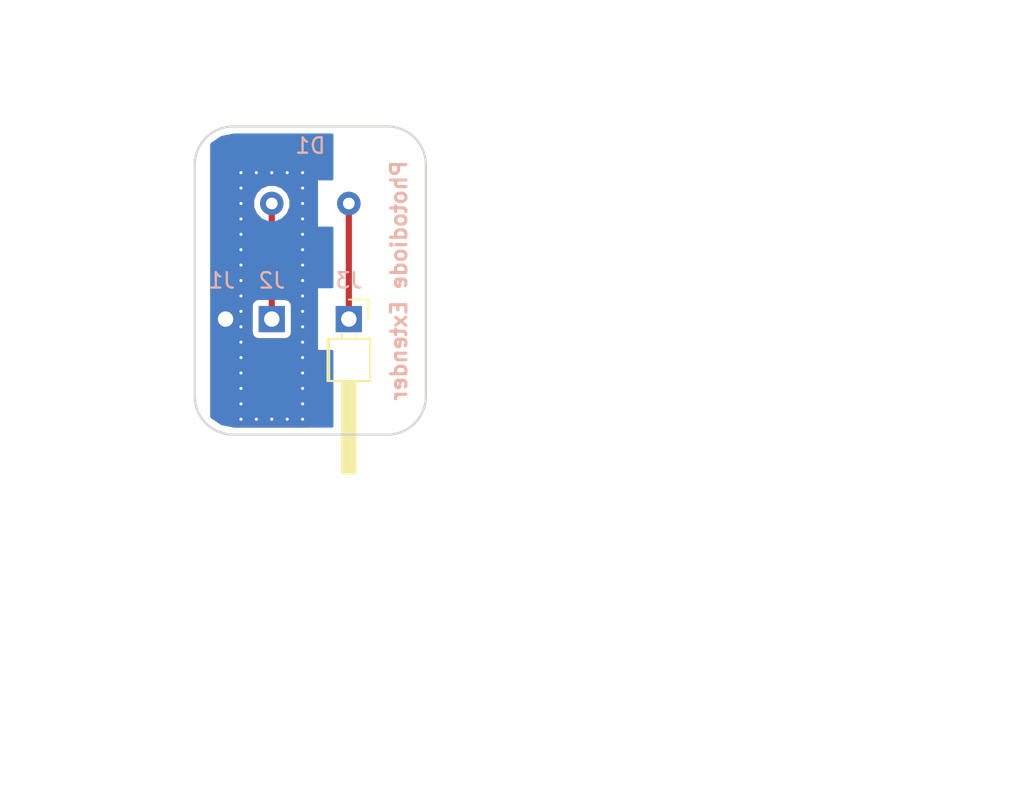
<source format=kicad_pcb>
(kicad_pcb (version 4) (host pcbnew 4.0.6-e0-6349~52~ubuntu17.04.1)

  (general
    (links 42)
    (no_connects 0)
    (area 107.150001 71.8 173.214288 123.175)
    (thickness 1.6)
    (drawings 16)
    (tracks 2)
    (zones 0)
    (modules 44)
    (nets 4)
  )

  (page A4)
  (layers
    (0 F.Cu signal)
    (31 B.Cu signal)
    (32 B.Adhes user)
    (33 F.Adhes user)
    (34 B.Paste user)
    (35 F.Paste user)
    (36 B.SilkS user)
    (37 F.SilkS user)
    (38 B.Mask user)
    (39 F.Mask user)
    (40 Dwgs.User user)
    (41 Cmts.User user)
    (42 Eco1.User user)
    (43 Eco2.User user)
    (44 Edge.Cuts user)
    (45 Margin user)
    (46 B.CrtYd user)
    (47 F.CrtYd user)
    (48 B.Fab user)
    (49 F.Fab user)
  )

  (setup
    (last_trace_width 0.25)
    (user_trace_width 0.4)
    (trace_clearance 0.2)
    (zone_clearance 0.381)
    (zone_45_only no)
    (trace_min 0.2)
    (segment_width 0.2)
    (edge_width 0.15)
    (via_size 0.6)
    (via_drill 0.4)
    (via_min_size 0.4)
    (via_min_drill 0.3)
    (uvia_size 0.3)
    (uvia_drill 0.1)
    (uvias_allowed no)
    (uvia_min_size 0.2)
    (uvia_min_drill 0.1)
    (pcb_text_width 0.3)
    (pcb_text_size 1.5 1.5)
    (mod_edge_width 0.15)
    (mod_text_size 1 1)
    (mod_text_width 0.15)
    (pad_size 1.7 1.7)
    (pad_drill 1)
    (pad_to_mask_clearance 0.2)
    (aux_axis_origin 0 0)
    (visible_elements FFFFFF7F)
    (pcbplotparams
      (layerselection 0x00030_80000001)
      (usegerberextensions false)
      (excludeedgelayer true)
      (linewidth 0.100000)
      (plotframeref false)
      (viasonmask false)
      (mode 1)
      (useauxorigin false)
      (hpglpennumber 1)
      (hpglpenspeed 20)
      (hpglpendiameter 15)
      (hpglpenoverlay 2)
      (psnegative false)
      (psa4output false)
      (plotreference true)
      (plotvalue true)
      (plotinvisibletext false)
      (padsonsilk false)
      (subtractmaskfromsilk false)
      (outputformat 1)
      (mirror false)
      (drillshape 1)
      (scaleselection 1)
      (outputdirectory ""))
  )

  (net 0 "")
  (net 1 "Net-(D1-Pad1)")
  (net 2 "Net-(D1-Pad2)")
  (net 3 GNDA)

  (net_class Default "This is the default net class."
    (clearance 0.2)
    (trace_width 0.25)
    (via_dia 0.6)
    (via_drill 0.4)
    (uvia_dia 0.3)
    (uvia_drill 0.1)
    (add_net GNDA)
    (add_net "Net-(D1-Pad1)")
    (add_net "Net-(D1-Pad2)")
  )

  (module Vias:Stitchging-Via-0.2-0.4 (layer F.Cu) (tedit 595A3C58) (tstamp 595FB97F)
    (at 123 85)
    (fp_text reference REF** (at 0 1.27) (layer F.SilkS) hide
      (effects (font (size 1 1) (thickness 0.15)))
    )
    (fp_text value Stitching-Via-0.2-0.4 (at 0 -1.27) (layer F.Fab) hide
      (effects (font (size 1 1) (thickness 0.15)))
    )
    (pad ~ thru_hole circle (at 0 0) (size 0.4 0.4) (drill 0.2) (layers *.Cu)
      (net 3 GNDA) (zone_connect 2))
  )

  (module Vias:Stitchging-Via-0.2-0.4 (layer F.Cu) (tedit 595A3C58) (tstamp 595FB97A)
    (at 123 84)
    (fp_text reference REF** (at 0 1.27) (layer F.SilkS) hide
      (effects (font (size 1 1) (thickness 0.15)))
    )
    (fp_text value Stitching-Via-0.2-0.4 (at 0 -1.27) (layer F.Fab) hide
      (effects (font (size 1 1) (thickness 0.15)))
    )
    (pad ~ thru_hole circle (at 0 0) (size 0.4 0.4) (drill 0.2) (layers *.Cu)
      (net 3 GNDA) (zone_connect 2))
  )

  (module Vias:Stitchging-Via-0.2-0.4 (layer F.Cu) (tedit 595A3C58) (tstamp 595FB975)
    (at 123 83)
    (fp_text reference REF** (at 0 1.27) (layer F.SilkS) hide
      (effects (font (size 1 1) (thickness 0.15)))
    )
    (fp_text value Stitching-Via-0.2-0.4 (at 0 -1.27) (layer F.Fab) hide
      (effects (font (size 1 1) (thickness 0.15)))
    )
    (pad ~ thru_hole circle (at 0 0) (size 0.4 0.4) (drill 0.2) (layers *.Cu)
      (net 3 GNDA) (zone_connect 2))
  )

  (module Vias:Stitchging-Via-0.2-0.4 (layer F.Cu) (tedit 595A3C58) (tstamp 595FB970)
    (at 124 83)
    (fp_text reference REF** (at 0 1.27) (layer F.SilkS) hide
      (effects (font (size 1 1) (thickness 0.15)))
    )
    (fp_text value Stitching-Via-0.2-0.4 (at 0 -1.27) (layer F.Fab) hide
      (effects (font (size 1 1) (thickness 0.15)))
    )
    (pad ~ thru_hole circle (at 0 0) (size 0.4 0.4) (drill 0.2) (layers *.Cu)
      (net 3 GNDA) (zone_connect 2))
  )

  (module Vias:Stitchging-Via-0.2-0.4 (layer F.Cu) (tedit 595A3C58) (tstamp 595FB96B)
    (at 125 83)
    (fp_text reference REF** (at 0 1.27) (layer F.SilkS) hide
      (effects (font (size 1 1) (thickness 0.15)))
    )
    (fp_text value Stitching-Via-0.2-0.4 (at 0 -1.27) (layer F.Fab) hide
      (effects (font (size 1 1) (thickness 0.15)))
    )
    (pad ~ thru_hole circle (at 0 0) (size 0.4 0.4) (drill 0.2) (layers *.Cu)
      (net 3 GNDA) (zone_connect 2))
  )

  (module Vias:Stitchging-Via-0.2-0.4 (layer F.Cu) (tedit 595A3C58) (tstamp 595FB966)
    (at 126 83)
    (fp_text reference REF** (at 0 1.27) (layer F.SilkS) hide
      (effects (font (size 1 1) (thickness 0.15)))
    )
    (fp_text value Stitching-Via-0.2-0.4 (at 0 -1.27) (layer F.Fab) hide
      (effects (font (size 1 1) (thickness 0.15)))
    )
    (pad ~ thru_hole circle (at 0 0) (size 0.4 0.4) (drill 0.2) (layers *.Cu)
      (net 3 GNDA) (zone_connect 2))
  )

  (module Vias:Stitchging-Via-0.2-0.4 (layer F.Cu) (tedit 595A3C58) (tstamp 595FB961)
    (at 127 83)
    (fp_text reference REF** (at 0 1.27) (layer F.SilkS) hide
      (effects (font (size 1 1) (thickness 0.15)))
    )
    (fp_text value Stitching-Via-0.2-0.4 (at 0 -1.27) (layer F.Fab) hide
      (effects (font (size 1 1) (thickness 0.15)))
    )
    (pad ~ thru_hole circle (at 0 0) (size 0.4 0.4) (drill 0.2) (layers *.Cu)
      (net 3 GNDA) (zone_connect 2))
  )

  (module Vias:Stitchging-Via-0.2-0.4 (layer F.Cu) (tedit 595A3C58) (tstamp 595FB95C)
    (at 127 84)
    (fp_text reference REF** (at 0 1.27) (layer F.SilkS) hide
      (effects (font (size 1 1) (thickness 0.15)))
    )
    (fp_text value Stitching-Via-0.2-0.4 (at 0 -1.27) (layer F.Fab) hide
      (effects (font (size 1 1) (thickness 0.15)))
    )
    (pad ~ thru_hole circle (at 0 0) (size 0.4 0.4) (drill 0.2) (layers *.Cu)
      (net 3 GNDA) (zone_connect 2))
  )

  (module Vias:Stitchging-Via-0.2-0.4 (layer F.Cu) (tedit 595A3C58) (tstamp 595FB957)
    (at 127 85)
    (fp_text reference REF** (at 0 1.27) (layer F.SilkS) hide
      (effects (font (size 1 1) (thickness 0.15)))
    )
    (fp_text value Stitching-Via-0.2-0.4 (at 0 -1.27) (layer F.Fab) hide
      (effects (font (size 1 1) (thickness 0.15)))
    )
    (pad ~ thru_hole circle (at 0 0) (size 0.4 0.4) (drill 0.2) (layers *.Cu)
      (net 3 GNDA) (zone_connect 2))
  )

  (module Vias:Stitchging-Via-0.2-0.4 (layer F.Cu) (tedit 595A3C58) (tstamp 595FB952)
    (at 127 86)
    (fp_text reference REF** (at 0 1.27) (layer F.SilkS) hide
      (effects (font (size 1 1) (thickness 0.15)))
    )
    (fp_text value Stitching-Via-0.2-0.4 (at 0 -1.27) (layer F.Fab) hide
      (effects (font (size 1 1) (thickness 0.15)))
    )
    (pad ~ thru_hole circle (at 0 0) (size 0.4 0.4) (drill 0.2) (layers *.Cu)
      (net 3 GNDA) (zone_connect 2))
  )

  (module Vias:Stitchging-Via-0.2-0.4 (layer F.Cu) (tedit 595A3C58) (tstamp 595FB94D)
    (at 127 87)
    (fp_text reference REF** (at 0 1.27) (layer F.SilkS) hide
      (effects (font (size 1 1) (thickness 0.15)))
    )
    (fp_text value Stitching-Via-0.2-0.4 (at 0 -1.27) (layer F.Fab) hide
      (effects (font (size 1 1) (thickness 0.15)))
    )
    (pad ~ thru_hole circle (at 0 0) (size 0.4 0.4) (drill 0.2) (layers *.Cu)
      (net 3 GNDA) (zone_connect 2))
  )

  (module Vias:Stitchging-Via-0.2-0.4 (layer F.Cu) (tedit 595A3C58) (tstamp 595FB948)
    (at 127 88)
    (fp_text reference REF** (at 0 1.27) (layer F.SilkS) hide
      (effects (font (size 1 1) (thickness 0.15)))
    )
    (fp_text value Stitching-Via-0.2-0.4 (at 0 -1.27) (layer F.Fab) hide
      (effects (font (size 1 1) (thickness 0.15)))
    )
    (pad ~ thru_hole circle (at 0 0) (size 0.4 0.4) (drill 0.2) (layers *.Cu)
      (net 3 GNDA) (zone_connect 2))
  )

  (module Vias:Stitchging-Via-0.2-0.4 (layer F.Cu) (tedit 595A3C58) (tstamp 595FB943)
    (at 127 89)
    (fp_text reference REF** (at 0 1.27) (layer F.SilkS) hide
      (effects (font (size 1 1) (thickness 0.15)))
    )
    (fp_text value Stitching-Via-0.2-0.4 (at 0 -1.27) (layer F.Fab) hide
      (effects (font (size 1 1) (thickness 0.15)))
    )
    (pad ~ thru_hole circle (at 0 0) (size 0.4 0.4) (drill 0.2) (layers *.Cu)
      (net 3 GNDA) (zone_connect 2))
  )

  (module Vias:Stitchging-Via-0.2-0.4 (layer F.Cu) (tedit 595A3C58) (tstamp 595FB93E)
    (at 127 90)
    (fp_text reference REF** (at 0 1.27) (layer F.SilkS) hide
      (effects (font (size 1 1) (thickness 0.15)))
    )
    (fp_text value Stitching-Via-0.2-0.4 (at 0 -1.27) (layer F.Fab) hide
      (effects (font (size 1 1) (thickness 0.15)))
    )
    (pad ~ thru_hole circle (at 0 0) (size 0.4 0.4) (drill 0.2) (layers *.Cu)
      (net 3 GNDA) (zone_connect 2))
  )

  (module Vias:Stitchging-Via-0.2-0.4 (layer F.Cu) (tedit 595A3C58) (tstamp 595FB939)
    (at 127 91)
    (fp_text reference REF** (at 0 1.27) (layer F.SilkS) hide
      (effects (font (size 1 1) (thickness 0.15)))
    )
    (fp_text value Stitching-Via-0.2-0.4 (at 0 -1.27) (layer F.Fab) hide
      (effects (font (size 1 1) (thickness 0.15)))
    )
    (pad ~ thru_hole circle (at 0 0) (size 0.4 0.4) (drill 0.2) (layers *.Cu)
      (net 3 GNDA) (zone_connect 2))
  )

  (module Vias:Stitchging-Via-0.2-0.4 (layer F.Cu) (tedit 595A3C58) (tstamp 595FB934)
    (at 127 92)
    (fp_text reference REF** (at 0 1.27) (layer F.SilkS) hide
      (effects (font (size 1 1) (thickness 0.15)))
    )
    (fp_text value Stitching-Via-0.2-0.4 (at 0 -1.27) (layer F.Fab) hide
      (effects (font (size 1 1) (thickness 0.15)))
    )
    (pad ~ thru_hole circle (at 0 0) (size 0.4 0.4) (drill 0.2) (layers *.Cu)
      (net 3 GNDA) (zone_connect 2))
  )

  (module Vias:Stitchging-Via-0.2-0.4 (layer F.Cu) (tedit 595A3C58) (tstamp 595FB92F)
    (at 127 93)
    (fp_text reference REF** (at 0 1.27) (layer F.SilkS) hide
      (effects (font (size 1 1) (thickness 0.15)))
    )
    (fp_text value Stitching-Via-0.2-0.4 (at 0 -1.27) (layer F.Fab) hide
      (effects (font (size 1 1) (thickness 0.15)))
    )
    (pad ~ thru_hole circle (at 0 0) (size 0.4 0.4) (drill 0.2) (layers *.Cu)
      (net 3 GNDA) (zone_connect 2))
  )

  (module Vias:Stitchging-Via-0.2-0.4 (layer F.Cu) (tedit 595A3C58) (tstamp 595FB92A)
    (at 127 94)
    (fp_text reference REF** (at 0 1.27) (layer F.SilkS) hide
      (effects (font (size 1 1) (thickness 0.15)))
    )
    (fp_text value Stitching-Via-0.2-0.4 (at 0 -1.27) (layer F.Fab) hide
      (effects (font (size 1 1) (thickness 0.15)))
    )
    (pad ~ thru_hole circle (at 0 0) (size 0.4 0.4) (drill 0.2) (layers *.Cu)
      (net 3 GNDA) (zone_connect 2))
  )

  (module Vias:Stitchging-Via-0.2-0.4 (layer F.Cu) (tedit 595A3C58) (tstamp 595FB925)
    (at 127 95)
    (fp_text reference REF** (at 0 1.27) (layer F.SilkS) hide
      (effects (font (size 1 1) (thickness 0.15)))
    )
    (fp_text value Stitching-Via-0.2-0.4 (at 0 -1.27) (layer F.Fab) hide
      (effects (font (size 1 1) (thickness 0.15)))
    )
    (pad ~ thru_hole circle (at 0 0) (size 0.4 0.4) (drill 0.2) (layers *.Cu)
      (net 3 GNDA) (zone_connect 2))
  )

  (module Vias:Stitchging-Via-0.2-0.4 (layer F.Cu) (tedit 595A3C58) (tstamp 595FB920)
    (at 127 96)
    (fp_text reference REF** (at 0 1.27) (layer F.SilkS) hide
      (effects (font (size 1 1) (thickness 0.15)))
    )
    (fp_text value Stitching-Via-0.2-0.4 (at 0 -1.27) (layer F.Fab) hide
      (effects (font (size 1 1) (thickness 0.15)))
    )
    (pad ~ thru_hole circle (at 0 0) (size 0.4 0.4) (drill 0.2) (layers *.Cu)
      (net 3 GNDA) (zone_connect 2))
  )

  (module Vias:Stitchging-Via-0.2-0.4 (layer F.Cu) (tedit 595A3C58) (tstamp 595FB91B)
    (at 127 97)
    (fp_text reference REF** (at 0 1.27) (layer F.SilkS) hide
      (effects (font (size 1 1) (thickness 0.15)))
    )
    (fp_text value Stitching-Via-0.2-0.4 (at 0 -1.27) (layer F.Fab) hide
      (effects (font (size 1 1) (thickness 0.15)))
    )
    (pad ~ thru_hole circle (at 0 0) (size 0.4 0.4) (drill 0.2) (layers *.Cu)
      (net 3 GNDA) (zone_connect 2))
  )

  (module Vias:Stitchging-Via-0.2-0.4 (layer F.Cu) (tedit 595A3C58) (tstamp 595FB916)
    (at 127 98)
    (fp_text reference REF** (at 0 1.27) (layer F.SilkS) hide
      (effects (font (size 1 1) (thickness 0.15)))
    )
    (fp_text value Stitching-Via-0.2-0.4 (at 0 -1.27) (layer F.Fab) hide
      (effects (font (size 1 1) (thickness 0.15)))
    )
    (pad ~ thru_hole circle (at 0 0) (size 0.4 0.4) (drill 0.2) (layers *.Cu)
      (net 3 GNDA) (zone_connect 2))
  )

  (module Vias:Stitchging-Via-0.2-0.4 (layer F.Cu) (tedit 595A3C58) (tstamp 595FB90F)
    (at 123 86)
    (fp_text reference REF** (at 0 1.27) (layer F.SilkS) hide
      (effects (font (size 1 1) (thickness 0.15)))
    )
    (fp_text value Stitching-Via-0.2-0.4 (at 0 -1.27) (layer F.Fab) hide
      (effects (font (size 1 1) (thickness 0.15)))
    )
    (pad ~ thru_hole circle (at 0 0) (size 0.4 0.4) (drill 0.2) (layers *.Cu)
      (net 3 GNDA) (zone_connect 2))
  )

  (module Vias:Stitchging-Via-0.2-0.4 (layer F.Cu) (tedit 595A3C58) (tstamp 595FB90A)
    (at 123 87)
    (fp_text reference REF** (at 0 1.27) (layer F.SilkS) hide
      (effects (font (size 1 1) (thickness 0.15)))
    )
    (fp_text value Stitching-Via-0.2-0.4 (at 0 -1.27) (layer F.Fab) hide
      (effects (font (size 1 1) (thickness 0.15)))
    )
    (pad ~ thru_hole circle (at 0 0) (size 0.4 0.4) (drill 0.2) (layers *.Cu)
      (net 3 GNDA) (zone_connect 2))
  )

  (module Vias:Stitchging-Via-0.2-0.4 (layer F.Cu) (tedit 595A3C58) (tstamp 595FB900)
    (at 123 88)
    (fp_text reference REF** (at 0 1.27) (layer F.SilkS) hide
      (effects (font (size 1 1) (thickness 0.15)))
    )
    (fp_text value Stitching-Via-0.2-0.4 (at 0 -1.27) (layer F.Fab) hide
      (effects (font (size 1 1) (thickness 0.15)))
    )
    (pad ~ thru_hole circle (at 0 0) (size 0.4 0.4) (drill 0.2) (layers *.Cu)
      (net 3 GNDA) (zone_connect 2))
  )

  (module Vias:Stitchging-Via-0.2-0.4 (layer F.Cu) (tedit 595A3C58) (tstamp 595FB8FA)
    (at 123 89)
    (fp_text reference REF** (at 0 1.27) (layer F.SilkS) hide
      (effects (font (size 1 1) (thickness 0.15)))
    )
    (fp_text value Stitching-Via-0.2-0.4 (at 0 -1.27) (layer F.Fab) hide
      (effects (font (size 1 1) (thickness 0.15)))
    )
    (pad ~ thru_hole circle (at 0 0) (size 0.4 0.4) (drill 0.2) (layers *.Cu)
      (net 3 GNDA) (zone_connect 2))
  )

  (module Vias:Stitchging-Via-0.2-0.4 (layer F.Cu) (tedit 595A3C58) (tstamp 595FB8F3)
    (at 123 90)
    (fp_text reference REF** (at 0 1.27) (layer F.SilkS) hide
      (effects (font (size 1 1) (thickness 0.15)))
    )
    (fp_text value Stitching-Via-0.2-0.4 (at 0 -1.27) (layer F.Fab) hide
      (effects (font (size 1 1) (thickness 0.15)))
    )
    (pad ~ thru_hole circle (at 0 0) (size 0.4 0.4) (drill 0.2) (layers *.Cu)
      (net 3 GNDA) (zone_connect 2))
  )

  (module Vias:Stitchging-Via-0.2-0.4 (layer F.Cu) (tedit 595A3C58) (tstamp 595FB8ED)
    (at 123 91)
    (fp_text reference REF** (at 0 1.27) (layer F.SilkS) hide
      (effects (font (size 1 1) (thickness 0.15)))
    )
    (fp_text value Stitching-Via-0.2-0.4 (at 0 -1.27) (layer F.Fab) hide
      (effects (font (size 1 1) (thickness 0.15)))
    )
    (pad ~ thru_hole circle (at 0 0) (size 0.4 0.4) (drill 0.2) (layers *.Cu)
      (net 3 GNDA) (zone_connect 2))
  )

  (module Vias:Stitchging-Via-0.2-0.4 (layer F.Cu) (tedit 595A3C58) (tstamp 595FB8E8)
    (at 123 92)
    (fp_text reference REF** (at 0 1.27) (layer F.SilkS) hide
      (effects (font (size 1 1) (thickness 0.15)))
    )
    (fp_text value Stitching-Via-0.2-0.4 (at 0 -1.27) (layer F.Fab) hide
      (effects (font (size 1 1) (thickness 0.15)))
    )
    (pad ~ thru_hole circle (at 0 0) (size 0.4 0.4) (drill 0.2) (layers *.Cu)
      (net 3 GNDA) (zone_connect 2))
  )

  (module Vias:Stitchging-Via-0.2-0.4 (layer F.Cu) (tedit 595A3C58) (tstamp 595FB8E3)
    (at 123 93)
    (fp_text reference REF** (at 0 1.27) (layer F.SilkS) hide
      (effects (font (size 1 1) (thickness 0.15)))
    )
    (fp_text value Stitching-Via-0.2-0.4 (at 0 -1.27) (layer F.Fab) hide
      (effects (font (size 1 1) (thickness 0.15)))
    )
    (pad ~ thru_hole circle (at 0 0) (size 0.4 0.4) (drill 0.2) (layers *.Cu)
      (net 3 GNDA) (zone_connect 2))
  )

  (module Vias:Stitchging-Via-0.2-0.4 (layer F.Cu) (tedit 595A3C58) (tstamp 595FB8DE)
    (at 123 94)
    (fp_text reference REF** (at 0 1.27) (layer F.SilkS) hide
      (effects (font (size 1 1) (thickness 0.15)))
    )
    (fp_text value Stitching-Via-0.2-0.4 (at 0 -1.27) (layer F.Fab) hide
      (effects (font (size 1 1) (thickness 0.15)))
    )
    (pad ~ thru_hole circle (at 0 0) (size 0.4 0.4) (drill 0.2) (layers *.Cu)
      (net 3 GNDA) (zone_connect 2))
  )

  (module Vias:Stitchging-Via-0.2-0.4 (layer F.Cu) (tedit 595A3C58) (tstamp 595FB8D9)
    (at 123 95)
    (fp_text reference REF** (at 0 1.27) (layer F.SilkS) hide
      (effects (font (size 1 1) (thickness 0.15)))
    )
    (fp_text value Stitching-Via-0.2-0.4 (at 0 -1.27) (layer F.Fab) hide
      (effects (font (size 1 1) (thickness 0.15)))
    )
    (pad ~ thru_hole circle (at 0 0) (size 0.4 0.4) (drill 0.2) (layers *.Cu)
      (net 3 GNDA) (zone_connect 2))
  )

  (module Vias:Stitchging-Via-0.2-0.4 (layer F.Cu) (tedit 595A3C58) (tstamp 595FB8D4)
    (at 123 96)
    (fp_text reference REF** (at 0 1.27) (layer F.SilkS) hide
      (effects (font (size 1 1) (thickness 0.15)))
    )
    (fp_text value Stitching-Via-0.2-0.4 (at 0 -1.27) (layer F.Fab) hide
      (effects (font (size 1 1) (thickness 0.15)))
    )
    (pad ~ thru_hole circle (at 0 0) (size 0.4 0.4) (drill 0.2) (layers *.Cu)
      (net 3 GNDA) (zone_connect 2))
  )

  (module Vias:Stitchging-Via-0.2-0.4 (layer F.Cu) (tedit 595A3C58) (tstamp 595FB8CF)
    (at 123 97)
    (fp_text reference REF** (at 0 1.27) (layer F.SilkS) hide
      (effects (font (size 1 1) (thickness 0.15)))
    )
    (fp_text value Stitching-Via-0.2-0.4 (at 0 -1.27) (layer F.Fab) hide
      (effects (font (size 1 1) (thickness 0.15)))
    )
    (pad ~ thru_hole circle (at 0 0) (size 0.4 0.4) (drill 0.2) (layers *.Cu)
      (net 3 GNDA) (zone_connect 2))
  )

  (module Vias:Stitchging-Via-0.2-0.4 (layer F.Cu) (tedit 595A3C58) (tstamp 595FB8C9)
    (at 123 98)
    (fp_text reference REF** (at 0 1.27) (layer F.SilkS) hide
      (effects (font (size 1 1) (thickness 0.15)))
    )
    (fp_text value Stitching-Via-0.2-0.4 (at 0 -1.27) (layer F.Fab) hide
      (effects (font (size 1 1) (thickness 0.15)))
    )
    (pad ~ thru_hole circle (at 0 0) (size 0.4 0.4) (drill 0.2) (layers *.Cu)
      (net 3 GNDA) (zone_connect 2))
  )

  (module Vias:Stitchging-Via-0.2-0.4 (layer F.Cu) (tedit 595A3C58) (tstamp 595FB8C4)
    (at 123 99)
    (fp_text reference REF** (at 0 1.27) (layer F.SilkS) hide
      (effects (font (size 1 1) (thickness 0.15)))
    )
    (fp_text value Stitching-Via-0.2-0.4 (at 0 -1.27) (layer F.Fab) hide
      (effects (font (size 1 1) (thickness 0.15)))
    )
    (pad ~ thru_hole circle (at 0 0) (size 0.4 0.4) (drill 0.2) (layers *.Cu)
      (net 3 GNDA) (zone_connect 2))
  )

  (module Vias:Stitchging-Via-0.2-0.4 (layer F.Cu) (tedit 595A3C58) (tstamp 595FB8BF)
    (at 124 99)
    (fp_text reference REF** (at 0 1.27) (layer F.SilkS) hide
      (effects (font (size 1 1) (thickness 0.15)))
    )
    (fp_text value Stitching-Via-0.2-0.4 (at 0 -1.27) (layer F.Fab) hide
      (effects (font (size 1 1) (thickness 0.15)))
    )
    (pad ~ thru_hole circle (at 0 0) (size 0.4 0.4) (drill 0.2) (layers *.Cu)
      (net 3 GNDA) (zone_connect 2))
  )

  (module Vias:Stitchging-Via-0.2-0.4 (layer F.Cu) (tedit 595A3C58) (tstamp 595FB8BA)
    (at 125 99)
    (fp_text reference REF** (at 0 1.27) (layer F.SilkS) hide
      (effects (font (size 1 1) (thickness 0.15)))
    )
    (fp_text value Stitching-Via-0.2-0.4 (at 0 -1.27) (layer F.Fab) hide
      (effects (font (size 1 1) (thickness 0.15)))
    )
    (pad ~ thru_hole circle (at 0 0) (size 0.4 0.4) (drill 0.2) (layers *.Cu)
      (net 3 GNDA) (zone_connect 2))
  )

  (module Vias:Stitchging-Via-0.2-0.4 (layer F.Cu) (tedit 595A3C58) (tstamp 595FB75A)
    (at 126 99)
    (fp_text reference REF** (at 0 1.27) (layer F.SilkS) hide
      (effects (font (size 1 1) (thickness 0.15)))
    )
    (fp_text value Stitching-Via-0.2-0.4 (at 0 -1.27) (layer F.Fab) hide
      (effects (font (size 1 1) (thickness 0.15)))
    )
    (pad ~ thru_hole circle (at 0 0) (size 0.4 0.4) (drill 0.2) (layers *.Cu)
      (net 3 GNDA) (zone_connect 2))
  )

  (module Pin_Headers:Pin_Header_Angled_1x01_Pitch2.54mm (layer F.Cu) (tedit 595CD1C9) (tstamp 595FB4D2)
    (at 130 92.5 270)
    (descr "Through hole angled pin header, 1x01, 2.54mm pitch, 6mm pin length, single row")
    (tags "Through hole angled pin header THT 1x01 2.54mm single row")
    (path /595A4B36)
    (fp_text reference J3 (at -2.5 0 360) (layer B.SilkS)
      (effects (font (size 1 1) (thickness 0.15)) (justify mirror))
    )
    (fp_text value CONN_01X01 (at 4.315 2.27 270) (layer F.Fab)
      (effects (font (size 1 1) (thickness 0.15)))
    )
    (fp_line (start 1.4 -1.27) (end 1.4 1.27) (layer F.Fab) (width 0.1))
    (fp_line (start 1.4 1.27) (end 3.9 1.27) (layer F.Fab) (width 0.1))
    (fp_line (start 3.9 1.27) (end 3.9 -1.27) (layer F.Fab) (width 0.1))
    (fp_line (start 3.9 -1.27) (end 1.4 -1.27) (layer F.Fab) (width 0.1))
    (fp_line (start 0 -0.32) (end 0 0.32) (layer F.Fab) (width 0.1))
    (fp_line (start 0 0.32) (end 9.9 0.32) (layer F.Fab) (width 0.1))
    (fp_line (start 9.9 0.32) (end 9.9 -0.32) (layer F.Fab) (width 0.1))
    (fp_line (start 9.9 -0.32) (end 0 -0.32) (layer F.Fab) (width 0.1))
    (fp_line (start 1.28 -1.39) (end 1.28 1.39) (layer F.SilkS) (width 0.12))
    (fp_line (start 1.28 1.39) (end 4.02 1.39) (layer F.SilkS) (width 0.12))
    (fp_line (start 4.02 1.39) (end 4.02 -1.39) (layer F.SilkS) (width 0.12))
    (fp_line (start 4.02 -1.39) (end 1.28 -1.39) (layer F.SilkS) (width 0.12))
    (fp_line (start 1.28 -1.39) (end 1.28 1.27) (layer F.SilkS) (width 0.12))
    (fp_line (start 1.28 1.27) (end 4.02 1.27) (layer F.SilkS) (width 0.12))
    (fp_line (start 4.02 1.27) (end 4.02 -1.39) (layer F.SilkS) (width 0.12))
    (fp_line (start 4.02 -1.39) (end 1.28 -1.39) (layer F.SilkS) (width 0.12))
    (fp_line (start 4.02 -0.44) (end 4.02 0.44) (layer F.SilkS) (width 0.12))
    (fp_line (start 4.02 0.44) (end 10.02 0.44) (layer F.SilkS) (width 0.12))
    (fp_line (start 10.02 0.44) (end 10.02 -0.44) (layer F.SilkS) (width 0.12))
    (fp_line (start 10.02 -0.44) (end 4.02 -0.44) (layer F.SilkS) (width 0.12))
    (fp_line (start 0.97 -0.44) (end 1.28 -0.44) (layer F.SilkS) (width 0.12))
    (fp_line (start 0.97 0.44) (end 1.28 0.44) (layer F.SilkS) (width 0.12))
    (fp_line (start 4.02 -0.32) (end 10.02 -0.32) (layer F.SilkS) (width 0.12))
    (fp_line (start 4.02 -0.2) (end 10.02 -0.2) (layer F.SilkS) (width 0.12))
    (fp_line (start 4.02 -0.08) (end 10.02 -0.08) (layer F.SilkS) (width 0.12))
    (fp_line (start 4.02 0.04) (end 10.02 0.04) (layer F.SilkS) (width 0.12))
    (fp_line (start 4.02 0.16) (end 10.02 0.16) (layer F.SilkS) (width 0.12))
    (fp_line (start 4.02 0.28) (end 10.02 0.28) (layer F.SilkS) (width 0.12))
    (fp_line (start 4.02 0.4) (end 10.02 0.4) (layer F.SilkS) (width 0.12))
    (fp_line (start -1.27 0) (end -1.27 -1.27) (layer F.SilkS) (width 0.12))
    (fp_line (start -1.27 -1.27) (end 0 -1.27) (layer F.SilkS) (width 0.12))
    (fp_line (start -1.6 -1.6) (end -1.6 1.6) (layer F.CrtYd) (width 0.05))
    (fp_line (start -1.6 1.6) (end 10.2 1.6) (layer F.CrtYd) (width 0.05))
    (fp_line (start 10.2 1.6) (end 10.2 -1.6) (layer F.CrtYd) (width 0.05))
    (fp_line (start 10.2 -1.6) (end -1.6 -1.6) (layer F.CrtYd) (width 0.05))
    (pad 1 thru_hole rect (at 0 0 270) (size 1.7 1.7) (drill 1) (layers *.Cu *.Mask)
      (net 2 "Net-(D1-Pad2)"))
    (model Pin_Headers.3dshapes/Pin_Header_Angled_1x01_Pitch2.54mm.wrl
      (at (xyz 0 0 0))
      (scale (xyz 1 1 1))
      (rotate (xyz 0 0 90))
    )
  )

  (module Vias:Stitchging-Via-0.2-0.4 (layer F.Cu) (tedit 595A3C58) (tstamp 595FB742)
    (at 127 99)
    (fp_text reference REF** (at 0 1.27) (layer F.SilkS) hide
      (effects (font (size 1 1) (thickness 0.15)))
    )
    (fp_text value Stitching-Via-0.2-0.4 (at 0 -1.27) (layer F.Fab) hide
      (effects (font (size 1 1) (thickness 0.15)))
    )
    (pad ~ thru_hole circle (at 0 0) (size 0.4 0.4) (drill 0.2) (layers *.Cu)
      (net 3 GNDA) (zone_connect 2))
  )

  (module Photodiodes:BPW34FA_w_Silks (layer F.Cu) (tedit 595CD1AC) (tstamp 595B59D8)
    (at 127.5 85)
    (path /595A4990)
    (fp_text reference D1 (at 0 -3.75) (layer B.SilkS)
      (effects (font (size 1 1) (thickness 0.15)) (justify mirror))
    )
    (fp_text value D_Photo (at 0 -3.81) (layer F.Fab)
      (effects (font (size 1 1) (thickness 0.15)))
    )
    (pad 1 thru_hole circle (at -2.5 0) (size 1.524 1.524) (drill 0.762) (layers *.Cu *.Mask)
      (net 1 "Net-(D1-Pad1)"))
    (pad 2 thru_hole circle (at 2.5 0) (size 1.524 1.524) (drill 0.762) (layers *.Cu *.Mask)
      (net 2 "Net-(D1-Pad2)"))
  )

  (module WithoutSilkscreen:Pin_Header_Angled_1x01_Pitch2.54mm_W_Silkscreen (layer F.Cu) (tedit 595CD184) (tstamp 595B8012)
    (at 122 92.5 270)
    (descr "Through hole angled pin header, 1x01, 2.54mm pitch, 6mm pin length, single row")
    (tags "Through hole angled pin header THT 1x01 2.54mm single row")
    (path /595A4E84)
    (fp_text reference J1 (at -2.5 0.25 360) (layer B.SilkS)
      (effects (font (size 1 1) (thickness 0.15)) (justify mirror))
    )
    (fp_text value CONN_01X01 (at 4.315 2.27 270) (layer F.Fab)
      (effects (font (size 1 1) (thickness 0.15)))
    )
    (fp_line (start 1.4 -1.27) (end 1.4 1.27) (layer F.Fab) (width 0.1))
    (fp_line (start 1.4 1.27) (end 3.9 1.27) (layer F.Fab) (width 0.1))
    (fp_line (start 3.9 1.27) (end 3.9 -1.27) (layer F.Fab) (width 0.1))
    (fp_line (start 3.9 -1.27) (end 1.4 -1.27) (layer F.Fab) (width 0.1))
    (fp_line (start 0 -0.32) (end 0 0.32) (layer F.Fab) (width 0.1))
    (fp_line (start 0 0.32) (end 9.9 0.32) (layer F.Fab) (width 0.1))
    (fp_line (start 9.9 0.32) (end 9.9 -0.32) (layer F.Fab) (width 0.1))
    (fp_line (start 9.9 -0.32) (end 0 -0.32) (layer F.Fab) (width 0.1))
    (fp_line (start -1.6 -1.6) (end -1.6 1.6) (layer F.CrtYd) (width 0.05))
    (fp_line (start -1.6 1.6) (end 10.2 1.6) (layer F.CrtYd) (width 0.05))
    (fp_line (start 10.2 1.6) (end 10.2 -1.6) (layer F.CrtYd) (width 0.05))
    (fp_line (start 10.2 -1.6) (end -1.6 -1.6) (layer F.CrtYd) (width 0.05))
    (pad 1 thru_hole rect (at 0 0 270) (size 1.7 1.7) (drill 1) (layers *.Cu *.Mask)
      (net 3 GNDA))
    (model Pin_Headers.3dshapes/Pin_Header_Angled_1x01_Pitch2.54mm.wrl
      (at (xyz 0 0 0))
      (scale (xyz 1 1 1))
      (rotate (xyz 0 0 90))
    )
  )

  (module WithoutSilkscreen:Pin_Header_Angled_1x01_Pitch2.54mm_W_Silkscreen (layer F.Cu) (tedit 595CD1BC) (tstamp 595B8023)
    (at 125 92.5 270)
    (descr "Through hole angled pin header, 1x01, 2.54mm pitch, 6mm pin length, single row")
    (tags "Through hole angled pin header THT 1x01 2.54mm single row")
    (path /595A4E1F)
    (fp_text reference J2 (at -2.5 0 360) (layer B.SilkS)
      (effects (font (size 1 1) (thickness 0.15)) (justify mirror))
    )
    (fp_text value CONN_01X01 (at 4.315 2.27 270) (layer F.Fab)
      (effects (font (size 1 1) (thickness 0.15)))
    )
    (fp_line (start 1.4 -1.27) (end 1.4 1.27) (layer F.Fab) (width 0.1))
    (fp_line (start 1.4 1.27) (end 3.9 1.27) (layer F.Fab) (width 0.1))
    (fp_line (start 3.9 1.27) (end 3.9 -1.27) (layer F.Fab) (width 0.1))
    (fp_line (start 3.9 -1.27) (end 1.4 -1.27) (layer F.Fab) (width 0.1))
    (fp_line (start 0 -0.32) (end 0 0.32) (layer F.Fab) (width 0.1))
    (fp_line (start 0 0.32) (end 9.9 0.32) (layer F.Fab) (width 0.1))
    (fp_line (start 9.9 0.32) (end 9.9 -0.32) (layer F.Fab) (width 0.1))
    (fp_line (start 9.9 -0.32) (end 0 -0.32) (layer F.Fab) (width 0.1))
    (fp_line (start -1.6 -1.6) (end -1.6 1.6) (layer F.CrtYd) (width 0.05))
    (fp_line (start -1.6 1.6) (end 10.2 1.6) (layer F.CrtYd) (width 0.05))
    (fp_line (start 10.2 1.6) (end 10.2 -1.6) (layer F.CrtYd) (width 0.05))
    (fp_line (start 10.2 -1.6) (end -1.6 -1.6) (layer F.CrtYd) (width 0.05))
    (pad 1 thru_hole rect (at 0 0 270) (size 1.7 1.7) (drill 1) (layers *.Cu *.Mask)
      (net 1 "Net-(D1-Pad1)"))
    (model Pin_Headers.3dshapes/Pin_Header_Angled_1x01_Pitch2.54mm.wrl
      (at (xyz 0 0 0))
      (scale (xyz 1 1 1))
      (rotate (xyz 0 0 90))
    )
  )

  (dimension 5 (width 0.3) (layer Dwgs.User)
    (gr_text "5,0 mm" (at 128 110) (layer Dwgs.User)
      (effects (font (size 1.5 1.5) (thickness 0.3)))
    )
    (feature1 (pts (xy 130 102) (xy 130 108.7)))
    (feature2 (pts (xy 125 102) (xy 125 108.7)))
    (crossbar (pts (xy 125 106) (xy 130 106)))
    (arrow1a (pts (xy 130 106) (xy 128.873496 106.586421)))
    (arrow1b (pts (xy 130 106) (xy 128.873496 105.413579)))
    (arrow2a (pts (xy 125 106) (xy 126.126504 106.586421)))
    (arrow2b (pts (xy 125 106) (xy 126.126504 105.413579)))
  )
  (dimension 3 (width 0.3) (layer Dwgs.User)
    (gr_text "3,0 mm" (at 127 76.25) (layer Dwgs.User)
      (effects (font (size 1.5 1.5) (thickness 0.3)))
    )
    (feature1 (pts (xy 125 92.5) (xy 125 77.05)))
    (feature2 (pts (xy 122 92.5) (xy 122 77.05)))
    (crossbar (pts (xy 122 79.75) (xy 125 79.75)))
    (arrow1a (pts (xy 125 79.75) (xy 123.873496 80.336421)))
    (arrow1b (pts (xy 125 79.75) (xy 123.873496 79.163579)))
    (arrow2a (pts (xy 122 79.75) (xy 123.126504 80.336421)))
    (arrow2b (pts (xy 122 79.75) (xy 123.126504 79.163579)))
  )
  (gr_text "Photodiode Extender" (at 133.25 90 90) (layer B.SilkS)
    (effects (font (size 1 1) (thickness 0.2)) (justify mirror))
  )
  (gr_text "5.84 + 2.54 + 1.52 = 9.9\n9.9  - 7.5 = 2.4\n2.4 - 1.6 = 0.8  \nThis is the length the headers will stand out with." (at 115 118) (layer Dwgs.User)
    (effects (font (size 1.5 1.5) (thickness 0.3)) (justify left))
  )
  (dimension 7.5 (width 0.3) (layer Dwgs.User)
    (gr_text "7,5 mm" (at 116.5 92 90) (layer Dwgs.User)
      (effects (font (size 1.5 1.5) (thickness 0.3)))
    )
    (feature1 (pts (xy 122 92.5) (xy 116.3 92.5)))
    (feature2 (pts (xy 122 100) (xy 116.3 100)))
    (crossbar (pts (xy 119 100) (xy 119 92.5)))
    (arrow1a (pts (xy 119 92.5) (xy 119.586421 93.626504)))
    (arrow1b (pts (xy 119 92.5) (xy 118.413579 93.626504)))
    (arrow2a (pts (xy 119 100) (xy 119.586421 98.873496)))
    (arrow2b (pts (xy 119 100) (xy 118.413579 98.873496)))
  )
  (gr_line (start 122.5 100) (end 132.5 100) (angle 90) (layer Edge.Cuts) (width 0.15))
  (gr_line (start 120 82.5) (end 120 97.5) (angle 90) (layer Edge.Cuts) (width 0.15))
  (gr_line (start 132.5 80) (end 122.5 80) (angle 90) (layer Edge.Cuts) (width 0.15))
  (gr_line (start 135 82.5) (end 135 97.5) (angle 90) (layer Edge.Cuts) (width 0.15))
  (gr_arc (start 122.5 97.5) (end 122.5 100) (angle 90) (layer Edge.Cuts) (width 0.15))
  (gr_arc (start 132.5 97.5) (end 135 97.5) (angle 90) (layer Edge.Cuts) (width 0.15))
  (gr_arc (start 122.5 82.5) (end 120 82.5) (angle 90) (layer Edge.Cuts) (width 0.15))
  (gr_arc (start 132.5 82.5) (end 132.5 80) (angle 90) (layer Edge.Cuts) (width 0.15))
  (dimension 15 (width 0.3) (layer Dwgs.User)
    (gr_text "15,000 mm" (at 113.65 92.5 270) (layer Dwgs.User)
      (effects (font (size 1.5 1.5) (thickness 0.3)))
    )
    (feature1 (pts (xy 130 100) (xy 112.3 100)))
    (feature2 (pts (xy 130 85) (xy 112.3 85)))
    (crossbar (pts (xy 115 85) (xy 115 100)))
    (arrow1a (pts (xy 115 100) (xy 114.413579 98.873496)))
    (arrow1b (pts (xy 115 100) (xy 115.586421 98.873496)))
    (arrow2a (pts (xy 115 85) (xy 114.413579 86.126504)))
    (arrow2b (pts (xy 115 85) (xy 115.586421 86.126504)))
  )
  (dimension 15 (width 0.3) (layer Dwgs.User)
    (gr_text "15,000 mm" (at 128 73) (layer Dwgs.User)
      (effects (font (size 1.5 1.5) (thickness 0.3)))
    )
    (feature1 (pts (xy 135 80) (xy 135 75)))
    (feature2 (pts (xy 120 80) (xy 120 75)))
    (crossbar (pts (xy 120 75) (xy 135 75)))
    (arrow1a (pts (xy 135 75) (xy 133.873496 75.586421)))
    (arrow1b (pts (xy 135 75) (xy 133.873496 74.413579)))
    (arrow2a (pts (xy 120 75) (xy 121.126504 75.586421)))
    (arrow2b (pts (xy 120 75) (xy 121.126504 74.413579)))
  )
  (dimension 20 (width 0.3) (layer Dwgs.User)
    (gr_text "20,000 mm" (at 146.35 90 270) (layer Dwgs.User)
      (effects (font (size 1.5 1.5) (thickness 0.3)))
    )
    (feature1 (pts (xy 135 100) (xy 147.7 100)))
    (feature2 (pts (xy 135 80) (xy 147.7 80)))
    (crossbar (pts (xy 145 80) (xy 145 100)))
    (arrow1a (pts (xy 145 100) (xy 144.413579 98.873496)))
    (arrow1b (pts (xy 145 100) (xy 145.586421 98.873496)))
    (arrow2a (pts (xy 145 80) (xy 144.413579 81.126504)))
    (arrow2b (pts (xy 145 80) (xy 145.586421 81.126504)))
  )

  (segment (start 125 85) (end 125 92.5) (width 0.4) (layer F.Cu) (net 1))
  (segment (start 130 85) (end 130 92.5) (width 0.4) (layer F.Cu) (net 2))

  (zone (net 3) (net_name GNDA) (layer F.Cu) (tstamp 595FB6E5) (hatch edge 0.508)
    (connect_pads yes (clearance 0.381))
    (min_thickness 0.2)
    (fill yes (arc_segments 16) (thermal_gap 0.2) (thermal_bridge_width 0.5))
    (polygon
      (pts
        (xy 122.5 82.5) (xy 127.5 82.5) (xy 127.5 100) (xy 122.5 100) (xy 122.5 91)
      )
    )
    (filled_polygon
      (pts
        (xy 127.4 99.444) (xy 122.6 99.444) (xy 122.6 91.65) (xy 123.659577 91.65) (xy 123.659577 93.35)
        (xy 123.693117 93.528248) (xy 123.798461 93.691958) (xy 123.959198 93.801785) (xy 124.15 93.840423) (xy 125.85 93.840423)
        (xy 126.028248 93.806883) (xy 126.191958 93.701539) (xy 126.301785 93.540802) (xy 126.340423 93.35) (xy 126.340423 91.65)
        (xy 126.306883 91.471752) (xy 126.201539 91.308042) (xy 126.040802 91.198215) (xy 125.85 91.159577) (xy 125.681 91.159577)
        (xy 125.681 86.063545) (xy 125.703183 86.054379) (xy 126.05315 85.705022) (xy 126.242784 85.248333) (xy 126.243215 84.753837)
        (xy 126.054379 84.296817) (xy 125.705022 83.94685) (xy 125.248333 83.757216) (xy 124.753837 83.756785) (xy 124.296817 83.945621)
        (xy 123.94685 84.294978) (xy 123.757216 84.751667) (xy 123.756785 85.246163) (xy 123.945621 85.703183) (xy 124.294978 86.05315)
        (xy 124.319 86.063125) (xy 124.319 91.159577) (xy 124.15 91.159577) (xy 123.971752 91.193117) (xy 123.808042 91.298461)
        (xy 123.698215 91.459198) (xy 123.659577 91.65) (xy 122.6 91.65) (xy 122.6 82.6) (xy 127.4 82.6)
      )
    )
  )
  (zone (net 3) (net_name GNDA) (layer B.Cu) (tstamp 595FB6EF) (hatch edge 0.508)
    (connect_pads yes (clearance 0.381))
    (min_thickness 0.2)
    (fill yes (arc_segments 16) (thermal_gap 0.2) (thermal_bridge_width 0.5))
    (polygon
      (pts
        (xy 121 80) (xy 129 80) (xy 129 83.5) (xy 128 83.5) (xy 128 86.5)
        (xy 129 86.5) (xy 129 90.5) (xy 128 90.5) (xy 128 94.5) (xy 129 94.5)
        (xy 129 100) (xy 121 100)
      )
    )
    (filled_polygon
      (pts
        (xy 128.9 83.4) (xy 128 83.4) (xy 127.961094 83.407879) (xy 127.928319 83.430273) (xy 127.906839 83.463654)
        (xy 127.9 83.5) (xy 127.9 86.5) (xy 127.907879 86.538906) (xy 127.930273 86.571681) (xy 127.963654 86.593161)
        (xy 128 86.6) (xy 128.9 86.6) (xy 128.9 90.4) (xy 128 90.4) (xy 127.961094 90.407879)
        (xy 127.928319 90.430273) (xy 127.906839 90.463654) (xy 127.9 90.5) (xy 127.9 94.5) (xy 127.907879 94.538906)
        (xy 127.930273 94.571681) (xy 127.963654 94.593161) (xy 128 94.6) (xy 128.9 94.6) (xy 128.9 99.444)
        (xy 122.554763 99.444) (xy 121.76023 99.285958) (xy 121.133088 98.866914) (xy 121.1 98.817394) (xy 121.1 91.65)
        (xy 123.659577 91.65) (xy 123.659577 93.35) (xy 123.693117 93.528248) (xy 123.798461 93.691958) (xy 123.959198 93.801785)
        (xy 124.15 93.840423) (xy 125.85 93.840423) (xy 126.028248 93.806883) (xy 126.191958 93.701539) (xy 126.301785 93.540802)
        (xy 126.340423 93.35) (xy 126.340423 91.65) (xy 126.306883 91.471752) (xy 126.201539 91.308042) (xy 126.040802 91.198215)
        (xy 125.85 91.159577) (xy 124.15 91.159577) (xy 123.971752 91.193117) (xy 123.808042 91.298461) (xy 123.698215 91.459198)
        (xy 123.659577 91.65) (xy 121.1 91.65) (xy 121.1 85.246163) (xy 123.756785 85.246163) (xy 123.945621 85.703183)
        (xy 124.294978 86.05315) (xy 124.751667 86.242784) (xy 125.246163 86.243215) (xy 125.703183 86.054379) (xy 126.05315 85.705022)
        (xy 126.242784 85.248333) (xy 126.243215 84.753837) (xy 126.054379 84.296817) (xy 125.705022 83.94685) (xy 125.248333 83.757216)
        (xy 124.753837 83.756785) (xy 124.296817 83.945621) (xy 123.94685 84.294978) (xy 123.757216 84.751667) (xy 123.756785 85.246163)
        (xy 121.1 85.246163) (xy 121.1 81.182606) (xy 121.133088 81.133086) (xy 121.76023 80.714042) (xy 122.554763 80.556)
        (xy 128.9 80.556)
      )
    )
  )
  (zone (net 0) (net_name "") (layer F.Mask) (tstamp 595B58E0) (hatch edge 0.508)
    (connect_pads (clearance 0.381))
    (min_thickness 0.254)
    (fill yes (arc_segments 16) (thermal_gap 0.508) (thermal_bridge_width 0.508))
    (polygon
      (pts
        (xy 122.75 82.75) (xy 127.25 82.75) (xy 127.25 99.25) (xy 122.75 99.25)
      )
    )
    (filled_polygon
      (pts
        (xy 127.123 99.123) (xy 122.877 99.123) (xy 122.877 82.877) (xy 127.123 82.877)
      )
    )
  )
)

</source>
